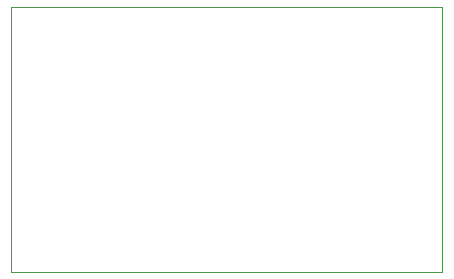
<source format=gbr>
%TF.GenerationSoftware,KiCad,Pcbnew,6.0.4-6f826c9f35~116~ubuntu20.04.1*%
%TF.CreationDate,2022-04-01T00:26:05-05:00*%
%TF.ProjectId,LoRa_ E28-2G4M27S,4c6f5261-5f20-4453-9238-2d3247344d32,rev?*%
%TF.SameCoordinates,Original*%
%TF.FileFunction,Profile,NP*%
%FSLAX46Y46*%
G04 Gerber Fmt 4.6, Leading zero omitted, Abs format (unit mm)*
G04 Created by KiCad (PCBNEW 6.0.4-6f826c9f35~116~ubuntu20.04.1) date 2022-04-01 00:26:05*
%MOMM*%
%LPD*%
G01*
G04 APERTURE LIST*
%TA.AperFunction,Profile*%
%ADD10C,0.100000*%
%TD*%
G04 APERTURE END LIST*
D10*
X154100000Y-66400000D02*
X117602000Y-66400000D01*
X117602000Y-66400000D02*
X117602000Y-88800000D01*
X117602000Y-88800000D02*
X154100000Y-88800000D01*
X154100000Y-88800000D02*
X154100000Y-66400000D01*
M02*

</source>
